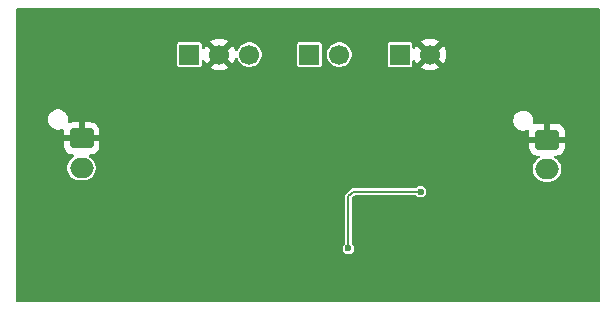
<source format=gbr>
%TF.GenerationSoftware,KiCad,Pcbnew,9.0.4*%
%TF.CreationDate,2025-11-06T12:38:59+01:00*%
%TF.ProjectId,pwr_board,7077725f-626f-4617-9264-2e6b69636164,rev?*%
%TF.SameCoordinates,Original*%
%TF.FileFunction,Copper,L2,Bot*%
%TF.FilePolarity,Positive*%
%FSLAX46Y46*%
G04 Gerber Fmt 4.6, Leading zero omitted, Abs format (unit mm)*
G04 Created by KiCad (PCBNEW 9.0.4) date 2025-11-06 12:38:59*
%MOMM*%
%LPD*%
G01*
G04 APERTURE LIST*
G04 Aperture macros list*
%AMRoundRect*
0 Rectangle with rounded corners*
0 $1 Rounding radius*
0 $2 $3 $4 $5 $6 $7 $8 $9 X,Y pos of 4 corners*
0 Add a 4 corners polygon primitive as box body*
4,1,4,$2,$3,$4,$5,$6,$7,$8,$9,$2,$3,0*
0 Add four circle primitives for the rounded corners*
1,1,$1+$1,$2,$3*
1,1,$1+$1,$4,$5*
1,1,$1+$1,$6,$7*
1,1,$1+$1,$8,$9*
0 Add four rect primitives between the rounded corners*
20,1,$1+$1,$2,$3,$4,$5,0*
20,1,$1+$1,$4,$5,$6,$7,0*
20,1,$1+$1,$6,$7,$8,$9,0*
20,1,$1+$1,$8,$9,$2,$3,0*%
G04 Aperture macros list end*
%TA.AperFunction,ComponentPad*%
%ADD10R,1.700000X1.700000*%
%TD*%
%TA.AperFunction,ComponentPad*%
%ADD11C,1.700000*%
%TD*%
%TA.AperFunction,ComponentPad*%
%ADD12C,7.000000*%
%TD*%
%TA.AperFunction,ComponentPad*%
%ADD13RoundRect,0.250000X-0.750000X0.600000X-0.750000X-0.600000X0.750000X-0.600000X0.750000X0.600000X0*%
%TD*%
%TA.AperFunction,ComponentPad*%
%ADD14O,2.000000X1.700000*%
%TD*%
%TA.AperFunction,ViaPad*%
%ADD15C,0.600000*%
%TD*%
%TA.AperFunction,Conductor*%
%ADD16C,0.200000*%
%TD*%
G04 APERTURE END LIST*
D10*
%TO.P,J3,1,Pin_1*%
%TO.N,Net-(J3-Pin_1)*%
X161589200Y-77800000D03*
D11*
%TO.P,J3,2,Pin_2*%
%TO.N,+5V*%
X164129200Y-77800000D03*
%TD*%
D12*
%TO.P,H1,1,1*%
%TO.N,GND*%
X140400000Y-77500000D03*
%TD*%
%TO.P,H3,1,1*%
%TO.N,GND*%
X182600000Y-77500000D03*
%TD*%
%TO.P,H2,1,1*%
%TO.N,GND*%
X140400000Y-95100000D03*
%TD*%
D13*
%TO.P,J4,1,Pin_1*%
%TO.N,GND*%
X142300000Y-84900000D03*
D14*
%TO.P,J4,2,Pin_2*%
%TO.N,+5V*%
X142300000Y-87400000D03*
%TD*%
D13*
%TO.P,J2,1,Pin_1*%
%TO.N,GND*%
X181700000Y-85000000D03*
D14*
%TO.P,J2,2,Pin_2*%
%TO.N,Net-(J2-Pin_2)*%
X181700000Y-87500000D03*
%TD*%
D10*
%TO.P,J1,1,Pin_1*%
%TO.N,STATUS*%
X151429200Y-77800000D03*
D11*
%TO.P,J1,2,Pin_2*%
%TO.N,GND*%
X153969200Y-77800000D03*
%TO.P,J1,3,Pin_3*%
%TO.N,Net-(D1-A)*%
X156509200Y-77800000D03*
%TD*%
D12*
%TO.P,H4,1,1*%
%TO.N,GND*%
X182600000Y-95100000D03*
%TD*%
D10*
%TO.P,J5,1,Pin_1*%
%TO.N,Net-(J5-Pin_1)*%
X169260000Y-77800000D03*
D11*
%TO.P,J5,2,Pin_2*%
%TO.N,GND*%
X171800000Y-77800000D03*
%TD*%
D15*
%TO.N,Net-(Q1-D)*%
X164900000Y-94200000D03*
X171000000Y-89400000D03*
%TD*%
D16*
%TO.N,Net-(Q1-D)*%
X164900000Y-94200000D02*
X164900000Y-89800000D01*
X164900000Y-89800000D02*
X165100000Y-89600000D01*
X165300000Y-89400000D02*
X171000000Y-89400000D01*
X165100000Y-89600000D02*
X165300000Y-89400000D01*
%TD*%
%TA.AperFunction,Conductor*%
%TO.N,GND*%
G36*
X186179339Y-73907385D02*
G01*
X186225094Y-73960189D01*
X186236300Y-74011700D01*
X186236300Y-98662700D01*
X186216615Y-98729739D01*
X186163811Y-98775494D01*
X186112300Y-98786700D01*
X136861300Y-98786700D01*
X136794261Y-98767015D01*
X136748506Y-98714211D01*
X136737300Y-98662700D01*
X136737300Y-94134108D01*
X164399500Y-94134108D01*
X164399500Y-94265891D01*
X164433608Y-94393187D01*
X164466554Y-94450250D01*
X164499500Y-94507314D01*
X164592686Y-94600500D01*
X164706814Y-94666392D01*
X164834108Y-94700500D01*
X164834110Y-94700500D01*
X164965890Y-94700500D01*
X164965892Y-94700500D01*
X165093186Y-94666392D01*
X165207314Y-94600500D01*
X165300500Y-94507314D01*
X165366392Y-94393186D01*
X165400500Y-94265892D01*
X165400500Y-94134108D01*
X165366392Y-94006814D01*
X165300500Y-93892686D01*
X165236818Y-93829004D01*
X165203334Y-93767680D01*
X165200500Y-93741323D01*
X165200500Y-89975833D01*
X165209144Y-89946392D01*
X165215668Y-89916406D01*
X165219422Y-89911390D01*
X165220185Y-89908794D01*
X165236819Y-89888152D01*
X165388152Y-89736819D01*
X165449475Y-89703334D01*
X165475833Y-89700500D01*
X170541324Y-89700500D01*
X170608363Y-89720185D01*
X170629005Y-89736819D01*
X170692686Y-89800500D01*
X170806814Y-89866392D01*
X170934108Y-89900500D01*
X170934110Y-89900500D01*
X171065890Y-89900500D01*
X171065892Y-89900500D01*
X171193186Y-89866392D01*
X171307314Y-89800500D01*
X171400500Y-89707314D01*
X171466392Y-89593186D01*
X171500500Y-89465892D01*
X171500500Y-89334108D01*
X171466392Y-89206814D01*
X171400500Y-89092686D01*
X171307314Y-88999500D01*
X171250250Y-88966554D01*
X171193187Y-88933608D01*
X171129539Y-88916554D01*
X171065892Y-88899500D01*
X170934108Y-88899500D01*
X170806812Y-88933608D01*
X170692686Y-88999500D01*
X170692683Y-88999502D01*
X170629005Y-89063181D01*
X170567682Y-89096666D01*
X170541324Y-89099500D01*
X165260438Y-89099500D01*
X165184010Y-89119978D01*
X165115489Y-89159540D01*
X165115486Y-89159542D01*
X164659541Y-89615487D01*
X164659535Y-89615495D01*
X164619982Y-89684004D01*
X164619979Y-89684009D01*
X164599500Y-89760439D01*
X164599500Y-93741323D01*
X164579815Y-93808362D01*
X164563182Y-93829004D01*
X164499500Y-93892686D01*
X164433608Y-94006812D01*
X164399500Y-94134108D01*
X136737300Y-94134108D01*
X136737300Y-83216228D01*
X139449500Y-83216228D01*
X139449500Y-83383771D01*
X139482182Y-83548074D01*
X139482184Y-83548082D01*
X139546295Y-83702860D01*
X139639373Y-83842162D01*
X139757837Y-83960626D01*
X139850494Y-84022537D01*
X139897137Y-84053703D01*
X140051918Y-84117816D01*
X140216228Y-84150499D01*
X140216232Y-84150500D01*
X140216233Y-84150500D01*
X140383768Y-84150500D01*
X140383769Y-84150499D01*
X140548082Y-84117816D01*
X140633313Y-84082511D01*
X140702778Y-84075043D01*
X140765258Y-84106317D01*
X140800911Y-84166406D01*
X140804121Y-84209674D01*
X140800000Y-84250008D01*
X140800000Y-84650000D01*
X141866988Y-84650000D01*
X141834075Y-84707007D01*
X141800000Y-84834174D01*
X141800000Y-84965826D01*
X141834075Y-85092993D01*
X141866988Y-85150000D01*
X140800001Y-85150000D01*
X140800001Y-85549986D01*
X140810494Y-85652697D01*
X140865641Y-85819119D01*
X140865643Y-85819124D01*
X140957684Y-85968345D01*
X141081654Y-86092315D01*
X141230875Y-86184356D01*
X141230880Y-86184358D01*
X141397302Y-86239505D01*
X141397309Y-86239506D01*
X141500019Y-86249999D01*
X141571471Y-86249999D01*
X141638511Y-86269683D01*
X141684267Y-86322486D01*
X141694211Y-86391644D01*
X141665187Y-86455200D01*
X141640364Y-86477101D01*
X141480345Y-86584022D01*
X141480341Y-86584025D01*
X141334024Y-86730342D01*
X141219058Y-86902403D01*
X141139870Y-87093579D01*
X141139868Y-87093587D01*
X141099500Y-87296530D01*
X141099500Y-87503469D01*
X141139868Y-87706412D01*
X141139870Y-87706420D01*
X141219058Y-87897596D01*
X141334024Y-88069657D01*
X141480342Y-88215975D01*
X141480345Y-88215977D01*
X141652402Y-88330941D01*
X141843580Y-88410130D01*
X142046530Y-88450499D01*
X142046534Y-88450500D01*
X142046535Y-88450500D01*
X142553466Y-88450500D01*
X142553467Y-88450499D01*
X142756420Y-88410130D01*
X142947598Y-88330941D01*
X143119655Y-88215977D01*
X143265977Y-88069655D01*
X143380941Y-87897598D01*
X143460130Y-87706420D01*
X143500500Y-87503465D01*
X143500500Y-87296535D01*
X143460130Y-87093580D01*
X143380941Y-86902402D01*
X143265977Y-86730345D01*
X143265975Y-86730342D01*
X143119657Y-86584024D01*
X143029060Y-86523490D01*
X142959632Y-86477100D01*
X142914829Y-86423490D01*
X142906121Y-86354165D01*
X142936275Y-86291137D01*
X142995718Y-86254417D01*
X143028524Y-86249999D01*
X143099971Y-86249999D01*
X143099987Y-86249998D01*
X143202697Y-86239505D01*
X143369119Y-86184358D01*
X143369124Y-86184356D01*
X143518345Y-86092315D01*
X143642315Y-85968345D01*
X143734356Y-85819124D01*
X143734358Y-85819119D01*
X143789505Y-85652697D01*
X143789506Y-85652690D01*
X143799999Y-85549986D01*
X143800000Y-85549973D01*
X143800000Y-85150000D01*
X142733012Y-85150000D01*
X142765925Y-85092993D01*
X142800000Y-84965826D01*
X142800000Y-84834174D01*
X142765925Y-84707007D01*
X142733012Y-84650000D01*
X143799999Y-84650000D01*
X143799999Y-84250028D01*
X143799998Y-84250013D01*
X143789505Y-84147302D01*
X143734358Y-83980880D01*
X143734356Y-83980875D01*
X143642315Y-83831654D01*
X143518345Y-83707684D01*
X143369124Y-83615643D01*
X143369119Y-83615641D01*
X143202697Y-83560494D01*
X143202690Y-83560493D01*
X143099986Y-83550000D01*
X142550000Y-83550000D01*
X142550000Y-84466988D01*
X142492993Y-84434075D01*
X142365826Y-84400000D01*
X142234174Y-84400000D01*
X142107007Y-84434075D01*
X142050000Y-84466988D01*
X142050000Y-83550000D01*
X141500028Y-83550000D01*
X141500012Y-83550001D01*
X141397302Y-83560494D01*
X141297623Y-83593525D01*
X141263464Y-83594700D01*
X141229341Y-83596313D01*
X141228623Y-83595898D01*
X141227795Y-83595927D01*
X141198429Y-83578451D01*
X141168845Y-83561356D01*
X141168465Y-83560618D01*
X141167753Y-83560195D01*
X141152498Y-83529620D01*
X141136851Y-83499242D01*
X141136854Y-83498264D01*
X141136560Y-83497675D01*
X141135185Y-83463987D01*
X141135781Y-83457761D01*
X141150500Y-83383767D01*
X141150500Y-83316228D01*
X178849500Y-83316228D01*
X178849500Y-83483771D01*
X178882182Y-83648074D01*
X178882184Y-83648082D01*
X178946295Y-83802860D01*
X179039373Y-83942162D01*
X179157837Y-84060626D01*
X179243430Y-84117817D01*
X179297137Y-84153703D01*
X179451918Y-84217816D01*
X179613760Y-84250008D01*
X179616228Y-84250499D01*
X179616232Y-84250500D01*
X179616233Y-84250500D01*
X179783768Y-84250500D01*
X179783769Y-84250499D01*
X179948082Y-84217816D01*
X180033313Y-84182511D01*
X180102778Y-84175043D01*
X180165258Y-84206317D01*
X180200911Y-84266406D01*
X180204121Y-84309674D01*
X180200000Y-84350008D01*
X180200000Y-84750000D01*
X181266988Y-84750000D01*
X181234075Y-84807007D01*
X181200000Y-84934174D01*
X181200000Y-85065826D01*
X181234075Y-85192993D01*
X181266988Y-85250000D01*
X180200001Y-85250000D01*
X180200001Y-85649986D01*
X180210494Y-85752697D01*
X180265641Y-85919119D01*
X180265643Y-85919124D01*
X180357684Y-86068345D01*
X180481654Y-86192315D01*
X180630875Y-86284356D01*
X180630880Y-86284358D01*
X180797302Y-86339505D01*
X180797309Y-86339506D01*
X180900019Y-86349999D01*
X180971471Y-86349999D01*
X181038511Y-86369683D01*
X181084267Y-86422486D01*
X181094211Y-86491644D01*
X181065187Y-86555200D01*
X181040364Y-86577101D01*
X180880345Y-86684022D01*
X180880341Y-86684025D01*
X180734024Y-86830342D01*
X180619058Y-87002403D01*
X180539870Y-87193579D01*
X180539868Y-87193587D01*
X180499500Y-87396530D01*
X180499500Y-87603469D01*
X180539868Y-87806412D01*
X180539870Y-87806420D01*
X180619058Y-87997596D01*
X180734024Y-88169657D01*
X180880342Y-88315975D01*
X180880345Y-88315977D01*
X181052402Y-88430941D01*
X181243580Y-88510130D01*
X181446530Y-88550499D01*
X181446534Y-88550500D01*
X181446535Y-88550500D01*
X181953466Y-88550500D01*
X181953467Y-88550499D01*
X182156420Y-88510130D01*
X182347598Y-88430941D01*
X182519655Y-88315977D01*
X182665977Y-88169655D01*
X182780941Y-87997598D01*
X182860130Y-87806420D01*
X182900500Y-87603465D01*
X182900500Y-87396535D01*
X182860130Y-87193580D01*
X182780941Y-87002402D01*
X182665977Y-86830345D01*
X182665975Y-86830342D01*
X182519657Y-86684024D01*
X182474618Y-86653930D01*
X182359632Y-86577100D01*
X182314829Y-86523490D01*
X182306121Y-86454165D01*
X182336275Y-86391137D01*
X182395718Y-86354417D01*
X182428524Y-86349999D01*
X182499971Y-86349999D01*
X182499987Y-86349998D01*
X182602697Y-86339505D01*
X182769119Y-86284358D01*
X182769124Y-86284356D01*
X182918345Y-86192315D01*
X183042315Y-86068345D01*
X183134356Y-85919124D01*
X183134358Y-85919119D01*
X183189505Y-85752697D01*
X183189506Y-85752690D01*
X183199999Y-85649986D01*
X183200000Y-85649973D01*
X183200000Y-85250000D01*
X182133012Y-85250000D01*
X182165925Y-85192993D01*
X182200000Y-85065826D01*
X182200000Y-84934174D01*
X182165925Y-84807007D01*
X182133012Y-84750000D01*
X183199999Y-84750000D01*
X183199999Y-84350028D01*
X183199998Y-84350013D01*
X183189505Y-84247302D01*
X183134358Y-84080880D01*
X183134356Y-84080875D01*
X183042315Y-83931654D01*
X182918345Y-83807684D01*
X182769124Y-83715643D01*
X182769119Y-83715641D01*
X182602697Y-83660494D01*
X182602690Y-83660493D01*
X182499986Y-83650000D01*
X181950000Y-83650000D01*
X181950000Y-84566988D01*
X181892993Y-84534075D01*
X181765826Y-84500000D01*
X181634174Y-84500000D01*
X181507007Y-84534075D01*
X181450000Y-84566988D01*
X181450000Y-83650000D01*
X180900028Y-83650000D01*
X180900012Y-83650001D01*
X180797302Y-83660494D01*
X180697623Y-83693525D01*
X180627795Y-83695927D01*
X180567753Y-83660195D01*
X180536560Y-83597675D01*
X180537002Y-83551628D01*
X180547616Y-83498264D01*
X180550500Y-83483767D01*
X180550500Y-83316233D01*
X180517816Y-83151918D01*
X180453703Y-82997137D01*
X180422537Y-82950494D01*
X180360626Y-82857837D01*
X180242162Y-82739373D01*
X180102860Y-82646295D01*
X179948082Y-82582184D01*
X179948074Y-82582182D01*
X179783771Y-82549500D01*
X179783767Y-82549500D01*
X179616233Y-82549500D01*
X179616228Y-82549500D01*
X179451925Y-82582182D01*
X179451917Y-82582184D01*
X179297139Y-82646295D01*
X179157837Y-82739373D01*
X179039373Y-82857837D01*
X178946295Y-82997139D01*
X178882184Y-83151917D01*
X178882182Y-83151925D01*
X178849500Y-83316228D01*
X141150500Y-83316228D01*
X141150500Y-83216233D01*
X141117816Y-83051918D01*
X141053703Y-82897137D01*
X141022537Y-82850494D01*
X140960626Y-82757837D01*
X140842162Y-82639373D01*
X140702860Y-82546295D01*
X140548082Y-82482184D01*
X140548074Y-82482182D01*
X140383771Y-82449500D01*
X140383767Y-82449500D01*
X140216233Y-82449500D01*
X140216228Y-82449500D01*
X140051925Y-82482182D01*
X140051917Y-82482184D01*
X139897139Y-82546295D01*
X139757837Y-82639373D01*
X139639373Y-82757837D01*
X139546295Y-82897139D01*
X139482184Y-83051917D01*
X139482182Y-83051925D01*
X139449500Y-83216228D01*
X136737300Y-83216228D01*
X136737300Y-76930247D01*
X150378700Y-76930247D01*
X150378700Y-78669752D01*
X150390331Y-78728229D01*
X150390332Y-78728230D01*
X150434647Y-78794552D01*
X150500969Y-78838867D01*
X150500970Y-78838868D01*
X150559447Y-78850499D01*
X150559450Y-78850500D01*
X150559452Y-78850500D01*
X152298950Y-78850500D01*
X152298951Y-78850499D01*
X152313768Y-78847552D01*
X152357429Y-78838868D01*
X152357429Y-78838867D01*
X152357431Y-78838867D01*
X152423752Y-78794552D01*
X152468067Y-78728231D01*
X152468067Y-78728229D01*
X152468068Y-78728229D01*
X152479699Y-78669752D01*
X152479700Y-78669750D01*
X152479700Y-78366048D01*
X152499385Y-78299009D01*
X152552189Y-78253254D01*
X152621347Y-78243310D01*
X152684903Y-78272335D01*
X152715138Y-78314264D01*
X152715894Y-78313879D01*
X152814575Y-78507550D01*
X152853928Y-78561716D01*
X153486237Y-77929408D01*
X153503275Y-77992993D01*
X153569101Y-78107007D01*
X153662193Y-78200099D01*
X153776207Y-78265925D01*
X153839790Y-78282962D01*
X153207482Y-78915269D01*
X153207482Y-78915270D01*
X153261649Y-78954624D01*
X153450982Y-79051095D01*
X153653070Y-79116757D01*
X153862954Y-79150000D01*
X154075446Y-79150000D01*
X154285327Y-79116757D01*
X154285330Y-79116757D01*
X154487417Y-79051095D01*
X154676754Y-78954622D01*
X154730916Y-78915270D01*
X154730917Y-78915270D01*
X154098608Y-78282962D01*
X154162193Y-78265925D01*
X154276207Y-78200099D01*
X154369299Y-78107007D01*
X154435125Y-77992993D01*
X154452162Y-77929408D01*
X155084470Y-78561717D01*
X155084470Y-78561716D01*
X155123822Y-78507554D01*
X155220295Y-78318217D01*
X155277543Y-78142026D01*
X155316980Y-78084351D01*
X155381339Y-78057152D01*
X155450185Y-78069066D01*
X155501661Y-78116310D01*
X155510035Y-78132891D01*
X155578258Y-78297596D01*
X155693224Y-78469657D01*
X155839542Y-78615975D01*
X155839545Y-78615977D01*
X156011602Y-78730941D01*
X156202780Y-78810130D01*
X156347252Y-78838867D01*
X156405730Y-78850499D01*
X156405734Y-78850500D01*
X156405735Y-78850500D01*
X156612666Y-78850500D01*
X156612667Y-78850499D01*
X156815620Y-78810130D01*
X157006798Y-78730941D01*
X157178855Y-78615977D01*
X157325177Y-78469655D01*
X157440141Y-78297598D01*
X157519330Y-78106420D01*
X157559700Y-77903465D01*
X157559700Y-77696535D01*
X157519330Y-77493580D01*
X157440141Y-77302402D01*
X157325177Y-77130345D01*
X157325175Y-77130342D01*
X157178857Y-76984024D01*
X157098373Y-76930247D01*
X160538700Y-76930247D01*
X160538700Y-78669752D01*
X160550331Y-78728229D01*
X160550332Y-78728230D01*
X160594647Y-78794552D01*
X160660969Y-78838867D01*
X160660970Y-78838868D01*
X160719447Y-78850499D01*
X160719450Y-78850500D01*
X160719452Y-78850500D01*
X162458950Y-78850500D01*
X162458951Y-78850499D01*
X162473768Y-78847552D01*
X162517429Y-78838868D01*
X162517429Y-78838867D01*
X162517431Y-78838867D01*
X162583752Y-78794552D01*
X162628067Y-78728231D01*
X162628067Y-78728229D01*
X162628068Y-78728229D01*
X162639699Y-78669752D01*
X162639700Y-78669750D01*
X162639700Y-77696530D01*
X163078700Y-77696530D01*
X163078700Y-77903469D01*
X163119068Y-78106412D01*
X163119070Y-78106420D01*
X163198258Y-78297596D01*
X163313224Y-78469657D01*
X163459542Y-78615975D01*
X163459545Y-78615977D01*
X163631602Y-78730941D01*
X163822780Y-78810130D01*
X163967252Y-78838867D01*
X164025730Y-78850499D01*
X164025734Y-78850500D01*
X164025735Y-78850500D01*
X164232666Y-78850500D01*
X164232667Y-78850499D01*
X164435620Y-78810130D01*
X164626798Y-78730941D01*
X164798855Y-78615977D01*
X164945177Y-78469655D01*
X165060141Y-78297598D01*
X165139330Y-78106420D01*
X165179700Y-77903465D01*
X165179700Y-77696535D01*
X165139330Y-77493580D01*
X165060141Y-77302402D01*
X164945177Y-77130345D01*
X164945175Y-77130342D01*
X164798857Y-76984024D01*
X164718373Y-76930247D01*
X168209500Y-76930247D01*
X168209500Y-78669752D01*
X168221131Y-78728229D01*
X168221132Y-78728230D01*
X168265447Y-78794552D01*
X168331769Y-78838867D01*
X168331770Y-78838868D01*
X168390247Y-78850499D01*
X168390250Y-78850500D01*
X168390252Y-78850500D01*
X170129750Y-78850500D01*
X170129751Y-78850499D01*
X170144568Y-78847552D01*
X170188229Y-78838868D01*
X170188229Y-78838867D01*
X170188231Y-78838867D01*
X170254552Y-78794552D01*
X170298867Y-78728231D01*
X170298867Y-78728229D01*
X170298868Y-78728229D01*
X170310499Y-78669752D01*
X170310500Y-78669750D01*
X170310500Y-78366048D01*
X170330185Y-78299009D01*
X170382989Y-78253254D01*
X170452147Y-78243310D01*
X170515703Y-78272335D01*
X170545938Y-78314264D01*
X170546694Y-78313879D01*
X170645375Y-78507550D01*
X170684728Y-78561716D01*
X171317037Y-77929408D01*
X171334075Y-77992993D01*
X171399901Y-78107007D01*
X171492993Y-78200099D01*
X171607007Y-78265925D01*
X171670590Y-78282962D01*
X171038282Y-78915269D01*
X171038282Y-78915270D01*
X171092449Y-78954624D01*
X171281782Y-79051095D01*
X171483870Y-79116757D01*
X171693754Y-79150000D01*
X171906246Y-79150000D01*
X172116127Y-79116757D01*
X172116130Y-79116757D01*
X172318217Y-79051095D01*
X172507554Y-78954622D01*
X172561716Y-78915270D01*
X172561717Y-78915270D01*
X171929408Y-78282962D01*
X171992993Y-78265925D01*
X172107007Y-78200099D01*
X172200099Y-78107007D01*
X172265925Y-77992993D01*
X172282962Y-77929408D01*
X172915270Y-78561717D01*
X172915270Y-78561716D01*
X172954622Y-78507554D01*
X173051095Y-78318217D01*
X173116757Y-78116130D01*
X173116757Y-78116127D01*
X173150000Y-77906246D01*
X173150000Y-77693753D01*
X173116757Y-77483872D01*
X173116757Y-77483869D01*
X173051095Y-77281782D01*
X172954624Y-77092449D01*
X172915270Y-77038282D01*
X172915269Y-77038282D01*
X172282962Y-77670590D01*
X172265925Y-77607007D01*
X172200099Y-77492993D01*
X172107007Y-77399901D01*
X171992993Y-77334075D01*
X171929409Y-77317037D01*
X172561716Y-76684728D01*
X172507550Y-76645375D01*
X172318217Y-76548904D01*
X172116129Y-76483242D01*
X171906246Y-76450000D01*
X171693754Y-76450000D01*
X171483872Y-76483242D01*
X171483869Y-76483242D01*
X171281782Y-76548904D01*
X171092439Y-76645380D01*
X171038282Y-76684727D01*
X171038282Y-76684728D01*
X171670591Y-77317037D01*
X171607007Y-77334075D01*
X171492993Y-77399901D01*
X171399901Y-77492993D01*
X171334075Y-77607007D01*
X171317037Y-77670591D01*
X170684728Y-77038282D01*
X170684727Y-77038282D01*
X170645380Y-77092439D01*
X170546694Y-77286121D01*
X170545678Y-77285603D01*
X170505212Y-77335813D01*
X170438916Y-77357872D01*
X170371218Y-77340588D01*
X170323612Y-77289447D01*
X170310500Y-77233951D01*
X170310500Y-76930249D01*
X170310499Y-76930247D01*
X170298868Y-76871770D01*
X170298867Y-76871769D01*
X170254552Y-76805447D01*
X170188230Y-76761132D01*
X170188229Y-76761131D01*
X170129752Y-76749500D01*
X170129748Y-76749500D01*
X168390252Y-76749500D01*
X168390247Y-76749500D01*
X168331770Y-76761131D01*
X168331769Y-76761132D01*
X168265447Y-76805447D01*
X168221132Y-76871769D01*
X168221131Y-76871770D01*
X168209500Y-76930247D01*
X164718373Y-76930247D01*
X164630855Y-76871770D01*
X164626798Y-76869059D01*
X164435620Y-76789870D01*
X164435612Y-76789868D01*
X164232669Y-76749500D01*
X164232665Y-76749500D01*
X164025735Y-76749500D01*
X164025730Y-76749500D01*
X163822787Y-76789868D01*
X163822779Y-76789870D01*
X163631603Y-76869058D01*
X163459542Y-76984024D01*
X163313224Y-77130342D01*
X163198258Y-77302403D01*
X163119070Y-77493579D01*
X163119068Y-77493587D01*
X163078700Y-77696530D01*
X162639700Y-77696530D01*
X162639700Y-76930249D01*
X162639699Y-76930247D01*
X162628068Y-76871770D01*
X162628067Y-76871769D01*
X162583752Y-76805447D01*
X162517430Y-76761132D01*
X162517429Y-76761131D01*
X162458952Y-76749500D01*
X162458948Y-76749500D01*
X160719452Y-76749500D01*
X160719447Y-76749500D01*
X160660970Y-76761131D01*
X160660969Y-76761132D01*
X160594647Y-76805447D01*
X160550332Y-76871769D01*
X160550331Y-76871770D01*
X160538700Y-76930247D01*
X157098373Y-76930247D01*
X157010855Y-76871770D01*
X157006798Y-76869059D01*
X156815620Y-76789870D01*
X156815612Y-76789868D01*
X156612669Y-76749500D01*
X156612665Y-76749500D01*
X156405735Y-76749500D01*
X156405730Y-76749500D01*
X156202787Y-76789868D01*
X156202779Y-76789870D01*
X156011603Y-76869058D01*
X155839542Y-76984024D01*
X155693224Y-77130342D01*
X155578257Y-77302403D01*
X155510035Y-77467108D01*
X155466194Y-77521511D01*
X155399900Y-77543576D01*
X155332200Y-77526297D01*
X155284590Y-77475159D01*
X155277543Y-77457973D01*
X155220295Y-77281782D01*
X155123824Y-77092449D01*
X155084470Y-77038282D01*
X155084469Y-77038282D01*
X154452162Y-77670590D01*
X154435125Y-77607007D01*
X154369299Y-77492993D01*
X154276207Y-77399901D01*
X154162193Y-77334075D01*
X154098609Y-77317037D01*
X154730916Y-76684728D01*
X154676750Y-76645375D01*
X154487417Y-76548904D01*
X154285329Y-76483242D01*
X154075446Y-76450000D01*
X153862954Y-76450000D01*
X153653072Y-76483242D01*
X153653069Y-76483242D01*
X153450982Y-76548904D01*
X153261639Y-76645380D01*
X153207482Y-76684727D01*
X153207482Y-76684728D01*
X153839791Y-77317037D01*
X153776207Y-77334075D01*
X153662193Y-77399901D01*
X153569101Y-77492993D01*
X153503275Y-77607007D01*
X153486237Y-77670591D01*
X152853928Y-77038282D01*
X152853927Y-77038282D01*
X152814580Y-77092439D01*
X152715894Y-77286121D01*
X152714878Y-77285603D01*
X152674412Y-77335813D01*
X152608116Y-77357872D01*
X152540418Y-77340588D01*
X152492812Y-77289447D01*
X152479700Y-77233951D01*
X152479700Y-76930249D01*
X152479699Y-76930247D01*
X152468068Y-76871770D01*
X152468067Y-76871769D01*
X152423752Y-76805447D01*
X152357430Y-76761132D01*
X152357429Y-76761131D01*
X152298952Y-76749500D01*
X152298948Y-76749500D01*
X150559452Y-76749500D01*
X150559447Y-76749500D01*
X150500970Y-76761131D01*
X150500969Y-76761132D01*
X150434647Y-76805447D01*
X150390332Y-76871769D01*
X150390331Y-76871770D01*
X150378700Y-76930247D01*
X136737300Y-76930247D01*
X136737300Y-74011700D01*
X136756985Y-73944661D01*
X136809789Y-73898906D01*
X136861300Y-73887700D01*
X186112300Y-73887700D01*
X186179339Y-73907385D01*
G37*
%TD.AperFunction*%
%TD*%
M02*

</source>
